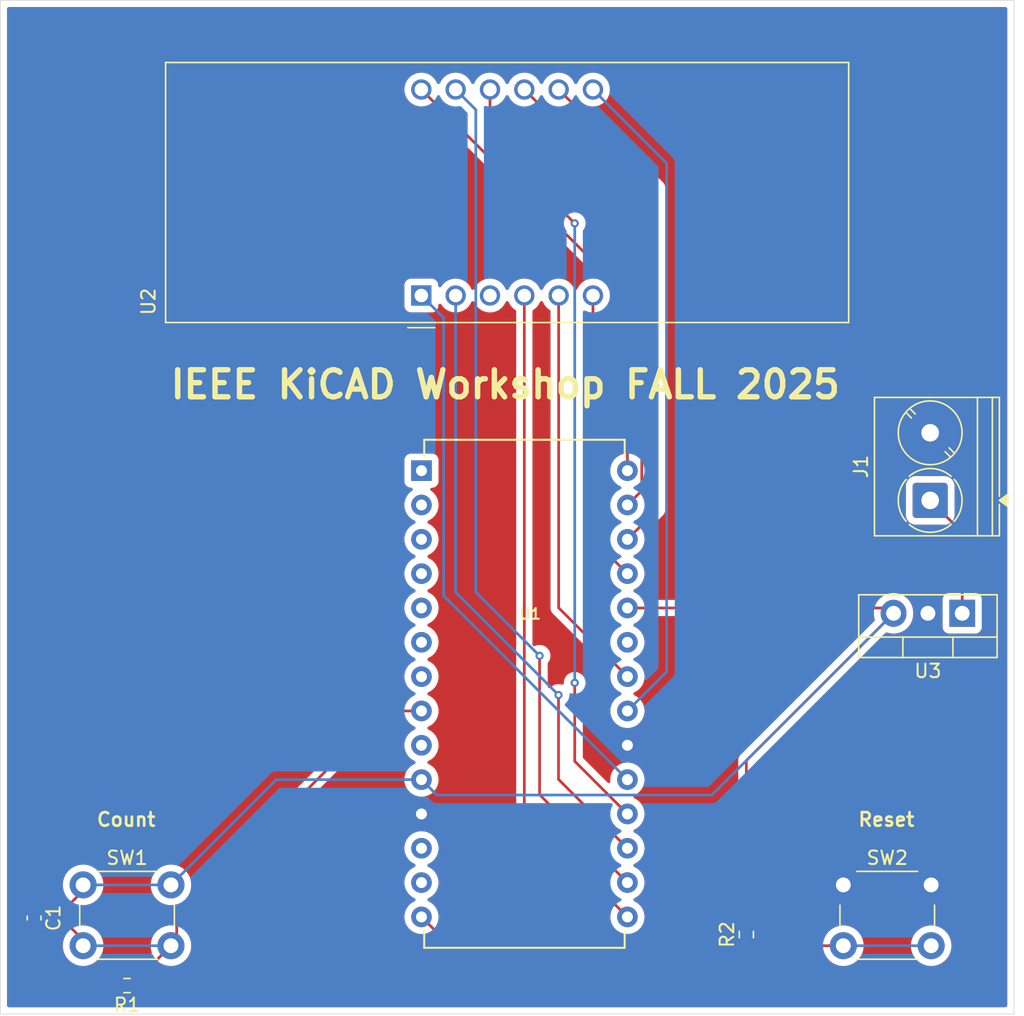
<source format=kicad_pcb>
(kicad_pcb (version 20241229) (generator "pcbnew") (generator_version "9.0")
  (layers (0 "F.Cu" signal) (2 "B.Cu" signal) (13 "F.Paste" user) (15 "B.Paste" user) (5 "F.SilkS" user "F.Silkscreen") (7 "B.SilkS" user "B.Silkscreen") (1 "F.Mask" user) (3 "B.Mask" user) (25 "Edge.Cuts" user))
  (net 0 "")
  (net 1 "Count")
  (net 2 "+5V")
  (net 3 "Net-(J1-Pin_1)")
  (net 4 "GND")
  (net 5 "Reset")
  (net 6 "A3")
  (net 8 "A")
  (net 9 "A1")
  (net 11 "A2")
  (net 13 "C")
  (net 14 "A4")
  (net 19 "E")
  (net 20 "D")
  (net 21 "F")
  (net 24 "G")
  (net 25 "B")
  (footprint "TerminalBlock_Phoenix:TerminalBlock_Phoenix_PT-1,5-2-5.0-H_1x02_P5.00mm_Horizontal" (layer "F.Cu") (at 206.1 106.4 90)
    (property "Reference" "J1" (at 2.5 -5.12 90) (layer "F.SilkS"))
    (property "Value" "9V Battery")
    (fp_line (start 7.62 -4.12) (end 7.62 5.12) (stroke (width 0.12)) (layer "F.SilkS"))
    (fp_line (start -2.62 -4.12) (end 7.62 -4.12) (stroke (width 0.12)) (layer "F.SilkS"))
    (fp_line (start -2.62 -4.12) (end -2.62 5.12) (stroke (width 0.12)) (layer "F.SilkS"))
    (fp_line (start 6.502 -1.79) (end 6.106 -1.394) (stroke (width 0.12)) (layer "F.SilkS"))
    (fp_line (start 6.79 -1.502) (end 6.394 -1.106) (stroke (width 0.12)) (layer "F.SilkS"))
    (fp_line (start 3.605 1.106) (end 3.21 1.502) (stroke (width 0.12)) (layer "F.SilkS"))
    (fp_line (start 3.893 1.394) (end 3.498 1.79) (stroke (width 0.12)) (layer "F.SilkS"))
    (fp_line (start -1.78 1.491) (end -1.79 1.502) (stroke (width 0.12)) (layer "F.SilkS"))
    (fp_line (start -1.493 1.78) (end -1.502 1.79) (stroke (width 0.12)) (layer "F.SilkS"))
    (fp_line (start -2.62 3.5) (end 7.62 3.5) (stroke (width 0.12)) (layer "F.SilkS"))
    (fp_line (start -2.62 4.6) (end 7.62 4.6) (stroke (width 0.12)) (layer "F.SilkS"))
    (fp_line (start 0.3 5.12) (end 7.62 5.12) (stroke (width 0.12)) (layer "F.SilkS"))
    (fp_line (start -2.62 5.12) (end -0.3 5.12) (stroke (width 0.12)) (layer "F.SilkS"))
    (fp_arc (start -1.55 -1.78) (mid -0.000316 -2.360275) (end 1.549523 -1.780415) (stroke (width 0.12)) (layer "F.SilkS"))
    (fp_arc (start 1.78 -1.55) (mid 2.360275 -0.000316) (end 1.780415 1.549523) (stroke (width 0.12)) (layer "F.SilkS"))
    (fp_arc (start -1.78 1.55) (mid -2.360275 0.000316) (end -1.780415 -1.549523) (stroke (width 0.12)) (layer "F.SilkS"))
    (fp_arc (start 1.55 1.78) (mid 0.000316 2.360275) (end -1.549523 1.780415) (stroke (width 0.12)) (layer "F.SilkS"))
    (fp_circle (center 5 0) (end 7.36 0) (stroke (width 0.12)) (fill no) (layer "F.SilkS"))
    (fp_poly (pts (xy 0 5.12) (xy 0.44 5.73) (xy -0.44 5.73) (xy 0 5.12)) (stroke (width 0.12)) (fill yes) (layer "F.SilkS"))
    (pad "1" thru_hole roundrect (at 0 0 90) (size 2.6 2.6) (drill 1.3) (layers "*.Cu" "*.Mask") (roundrect_rratio 0.096154) (net 3 "Net-(J1-Pin_1)"))
    (pad "2" thru_hole circle (at 5 0 90) (size 2.6 2.6) (drill 1.3) (layers "*.Cu" "*.Mask") (net 4 "GND"))
  )
  (footprint "ICM7217IPI:21-0044B_28" (layer "F.Cu") (at 183.7 137.22)
    (property "Reference" "U1" (at -7.2 -22.42 0) (layer "F.SilkS") (effects (font (size 0.787402 0.787402))))
    (property "Value" "ICM7217IPI_")
    (fp_line (start -15.0368 -35.306) (end -15.0368 -34.1122) (stroke (width 0.1524)) (layer "F.SilkS"))
    (fp_line (start -15.0368 1.0668) (end -15.0368 2.286) (stroke (width 0.1524)) (layer "F.SilkS"))
    (fp_line (start -15.0368 2.286) (end -0.2032 2.286) (stroke (width 0.1524)) (layer "F.SilkS"))
    (fp_line (start -0.2032 -35.306) (end -15.0368 -35.306) (stroke (width 0.1524)) (layer "F.SilkS"))
    (fp_line (start -0.2032 -34.0868) (end -0.2032 -35.306) (stroke (width 0.1524)) (layer "F.SilkS"))
    (fp_line (start -0.2032 2.286) (end -0.2032 1.0668) (stroke (width 0.1524)) (layer "F.SilkS"))
    (pad "1" thru_hole rect (at -15.24 -33.02) (size 1.524 1.524) (drill 0.8128) (layers "*.Cu" "*.Mask"))
    (pad "2" thru_hole circle (at -15.24 -30.48) (size 1.524 1.524) (drill 0.8128) (layers "*.Cu" "*.Mask"))
    (pad "3" thru_hole circle (at -15.24 -27.94) (size 1.524 1.524) (drill 0.8128) (layers "*.Cu" "*.Mask"))
    (pad "4" thru_hole circle (at -15.24 -25.4) (size 1.524 1.524) (drill 0.8128) (layers "*.Cu" "*.Mask"))
    (pad "5" thru_hole circle (at -15.24 -22.86) (size 1.524 1.524) (drill 0.8128) (layers "*.Cu" "*.Mask"))
    (pad "6" thru_hole circle (at -15.24 -20.32) (size 1.524 1.524) (drill 0.8128) (layers "*.Cu" "*.Mask"))
    (pad "7" thru_hole circle (at -15.24 -17.78) (size 1.524 1.524) (drill 0.8128) (layers "*.Cu" "*.Mask"))
    (pad "8" thru_hole circle (at -15.24 -15.24) (size 1.524 1.524) (drill 0.8128) (layers "*.Cu" "*.Mask") (net 1 "Count"))
    (pad "9" thru_hole circle (at -15.24 -12.7) (size 1.524 1.524) (drill 0.8128) (layers "*.Cu" "*.Mask"))
    (pad "10" thru_hole circle (at -15.24 -10.16) (size 1.524 1.524) (drill 0.8128) (layers "*.Cu" "*.Mask") (net 2 "+5V"))
    (pad "11" thru_hole circle (at -15.24 -7.62) (size 1.524 1.524) (drill 0.8128) (layers "*.Cu" "*.Mask") (net 4 "GND"))
    (pad "12" thru_hole circle (at -15.24 -5.08) (size 1.524 1.524) (drill 0.8128) (layers "*.Cu" "*.Mask"))
    (pad "13" thru_hole circle (at -15.24 -2.54) (size 1.524 1.524) (drill 0.8128) (layers "*.Cu" "*.Mask"))
    (pad "14" thru_hole circle (at -15.24 0) (size 1.524 1.524) (drill 0.8128) (layers "*.Cu" "*.Mask") (net 5 "Reset"))
    (pad "15" thru_hole circle (at 0 0) (size 1.524 1.524) (drill 0.8128) (layers "*.Cu" "*.Mask") (net 13 "C"))
    (pad "16" thru_hole circle (at 0 -2.54) (size 1.524 1.524) (drill 0.8128) (layers "*.Cu" "*.Mask") (net 8 "A"))
    (pad "17" thru_hole circle (at 0 -5.08) (size 1.524 1.524) (drill 0.8128) (layers "*.Cu" "*.Mask") (net 20 "D"))
    (pad "18" thru_hole circle (at 0 -7.62) (size 1.524 1.524) (drill 0.8128) (layers "*.Cu" "*.Mask") (net 21 "F"))
    (pad "19" thru_hole circle (at 0 -10.16) (size 1.524 1.524) (drill 0.8128) (layers "*.Cu" "*.Mask") (net 19 "E"))
    (pad "20" thru_hole circle (at 0 -12.7) (size 1.524 1.524) (drill 0.8128) (layers "*.Cu" "*.Mask") (net 4 "GND"))
    (pad "21" thru_hole circle (at 0 -15.24) (size 1.524 1.524) (drill 0.8128) (layers "*.Cu" "*.Mask") (net 25 "B"))
    (pad "22" thru_hole circle (at 0 -17.78) (size 1.524 1.524) (drill 0.8128) (layers "*.Cu" "*.Mask") (net 24 "G"))
    (pad "23" thru_hole circle (at 0 -20.32) (size 1.524 1.524) (drill 0.8128) (layers "*.Cu" "*.Mask"))
    (pad "24" thru_hole circle (at 0 -22.86) (size 1.524 1.524) (drill 0.8128) (layers "*.Cu" "*.Mask") (net 2 "+5V"))
    (pad "25" thru_hole circle (at 0 -25.4) (size 1.524 1.524) (drill 0.8128) (layers "*.Cu" "*.Mask") (net 14 "A4"))
    (pad "26" thru_hole circle (at 0 -27.94) (size 1.524 1.524) (drill 0.8128) (layers "*.Cu" "*.Mask") (net 6 "A3"))
    (pad "27" thru_hole circle (at 0 -30.48) (size 1.524 1.524) (drill 0.8128) (layers "*.Cu" "*.Mask") (net 11 "A2"))
    (pad "28" thru_hole circle (at 0 -33.02) (size 1.524 1.524) (drill 0.8128) (layers "*.Cu" "*.Mask") (net 9 "A1"))
  )
  (footprint "Resistor_SMD:R_0603_1608Metric" (layer "F.Cu") (at 192.5 138.525 90)
    (property "Reference" "R2" (at 0 -1.43 90) (layer "F.SilkS"))
    (property "Value" "10k")
    (fp_line (start -0.237258 -0.5225) (end 0.237258 -0.5225) (stroke (width 0.12)) (layer "F.SilkS"))
    (fp_line (start -0.237258 0.5225) (end 0.237258 0.5225) (stroke (width 0.12)) (layer "F.SilkS"))
    (pad "1" smd roundrect (at -0.825 0 90) (size 0.8 0.95) (layers "F.Cu" "F.Mask" "F.Paste") (net 5 "Reset"))
    (pad "2" smd roundrect (at 0.825 0 90) (size 0.8 0.95) (layers "F.Cu" "F.Mask" "F.Paste") (net 2 "+5V"))
  )
  (footprint "Package_TO_SOT_THT:TO-220-3_Vertical" (layer "F.Cu") (at 208.4725 114.755 180)
    (property "Reference" "U3" (at 2.54 -4.27 0) (layer "F.SilkS"))
    (property "Value" "LM7805_TO220")
    (fp_line (start 7.66 -3.27) (end 7.66 1.371) (stroke (width 0.12)) (layer "F.SilkS"))
    (fp_line (start 4.391 -3.27) (end 4.391 -1.76) (stroke (width 0.12)) (layer "F.SilkS"))
    (fp_line (start 0.69 -3.27) (end 0.69 -1.76) (stroke (width 0.12)) (layer "F.SilkS"))
    (fp_line (start -2.58 1.371) (end 7.66 1.371) (stroke (width 0.12)) (layer "F.SilkS"))
    (fp_line (start -2.58 -1.76) (end 7.66 -1.76) (stroke (width 0.12)) (layer "F.SilkS"))
    (fp_line (start -2.58 -3.27) (end 7.66 -3.27) (stroke (width 0.12)) (layer "F.SilkS"))
    (fp_line (start -2.58 -3.27) (end -2.58 1.371) (stroke (width 0.12)) (layer "F.SilkS"))
    (pad "1" thru_hole rect (at 0 0 180) (size 1.905 2) (drill 1.1) (layers "*.Cu" "*.Mask") (net 3 "Net-(J1-Pin_1)"))
    (pad "2" thru_hole oval (at 2.54 0 180) (size 1.905 2) (drill 1.1) (layers "*.Cu" "*.Mask") (net 4 "GND"))
    (pad "3" thru_hole oval (at 5.08 0 180) (size 1.905 2) (drill 1.1) (layers "*.Cu" "*.Mask") (net 2 "+5V"))
  )
  (footprint "Display_7Segment:CA56-12SEKWA" (layer "F.Cu") (at 168.45 91.24 90)
    (property "Reference" "U2" (at -0.45 -20.19 90) (layer "F.SilkS"))
    (property "Value" "CA56-12SEKWA")
    (fp_line (start -2 -18.92) (end 17.24 -18.92) (stroke (width 0.12)) (layer "F.SilkS"))
    (fp_line (start -2 -18.92) (end -2 31.62) (stroke (width 0.12)) (layer "F.SilkS"))
    (fp_line (start -2.38 -1) (end -2.38 1) (stroke (width 0.12)) (layer "F.SilkS"))
    (fp_line (start 17.24 31.62) (end 17.24 -18.92) (stroke (width 0.12)) (layer "F.SilkS"))
    (fp_line (start -2 31.62) (end 17.24 31.62) (stroke (width 0.12)) (layer "F.SilkS"))
    (pad "1" thru_hole rect (at 0 0 90) (size 1.5 1.5) (drill 1) (layers "*.Cu" "*.Mask") (net 19 "E"))
    (pad "2" thru_hole circle (at 0 2.54 90) (size 1.5 1.5) (drill 1) (layers "*.Cu" "*.Mask") (net 20 "D"))
    (pad "3" thru_hole circle (at 0 5.08 90) (size 1.5 1.5) (drill 1) (layers "*.Cu" "*.Mask"))
    (pad "4" thru_hole circle (at 0 7.62 90) (size 1.5 1.5) (drill 1) (layers "*.Cu" "*.Mask") (net 13 "C"))
    (pad "5" thru_hole circle (at 0 10.16 90) (size 1.5 1.5) (drill 1) (layers "*.Cu" "*.Mask") (net 24 "G"))
    (pad "6" thru_hole circle (at 0 12.7 90) (size 1.5 1.5) (drill 1) (layers "*.Cu" "*.Mask") (net 14 "A4"))
    (pad "7" thru_hole circle (at 15.24 12.7 90) (size 1.5 1.5) (drill 1) (layers "*.Cu" "*.Mask") (net 25 "B"))
    (pad "8" thru_hole circle (at 15.24 10.16 90) (size 1.5 1.5) (drill 1) (layers "*.Cu" "*.Mask") (net 6 "A3"))
    (pad "9" thru_hole circle (at 15.24 7.62 90) (size 1.5 1.5) (drill 1) (layers "*.Cu" "*.Mask") (net 11 "A2"))
    (pad "10" thru_hole circle (at 15.24 5.08 90) (size 1.5 1.5) (drill 1) (layers "*.Cu" "*.Mask") (net 21 "F"))
    (pad "11" thru_hole circle (at 15.24 2.54 90) (size 1.5 1.5) (drill 1) (layers "*.Cu" "*.Mask") (net 8 "A"))
    (pad "12" thru_hole circle (at 15.24 0 90) (size 1.5 1.5) (drill 1) (layers "*.Cu" "*.Mask") (net 9 "A1"))
  )
  (footprint "Button_Switch_THT:SW_PUSH_6mm" (layer "F.Cu") (at 143.425 134.85)
    (property "Reference" "SW1" (at 3.25 -2 0) (layer "F.SilkS"))
    (property "Value" "COUNT")
    (fp_line (start -0.25 1.5) (end -0.25 3) (stroke (width 0.12)) (layer "F.SilkS"))
    (fp_line (start 1 5.5) (end 5.5 5.5) (stroke (width 0.12)) (layer "F.SilkS"))
    (fp_line (start 5.5 -1) (end 1 -1) (stroke (width 0.12)) (layer "F.SilkS"))
    (fp_line (start 6.75 3) (end 6.75 1.5) (stroke (width 0.12)) (layer "F.SilkS"))
    (pad "1" thru_hole circle (at 0 0 90) (size 2 2) (drill 1.1) (layers "*.Cu" "*.Mask") (net 2 "+5V"))
    (pad "1" thru_hole circle (at 6.5 0 90) (size 2 2) (drill 1.1) (layers "*.Cu" "*.Mask") (net 2 "+5V"))
    (pad "2" thru_hole circle (at 0 4.5 90) (size 2 2) (drill 1.1) (layers "*.Cu" "*.Mask") (net 1 "Count"))
    (pad "2" thru_hole circle (at 6.5 4.5 90) (size 2 2) (drill 1.1) (layers "*.Cu" "*.Mask") (net 1 "Count"))
  )
  (footprint "Capacitor_SMD:C_0603_1608Metric" (layer "F.Cu") (at 139.8 137.3 -90)
    (property "Reference" "C1" (at 0 -1.43 90) (layer "F.SilkS"))
    (property "Value" "1uF")
    (fp_line (start -0.14058 0.51) (end 0.14058 0.51) (stroke (width 0.12)) (layer "F.SilkS"))
    (fp_line (start -0.14058 -0.51) (end 0.14058 -0.51) (stroke (width 0.12)) (layer "F.SilkS"))
    (pad "1" smd roundrect (at -0.775 0 270) (size 0.9 0.95) (layers "F.Cu" "F.Mask" "F.Paste") (net 2 "+5V"))
    (pad "2" smd roundrect (at 0.775 0 270) (size 0.9 0.95) (layers "F.Cu" "F.Mask" "F.Paste") (net 1 "Count"))
  )
  (footprint "Button_Switch_THT:SW_PUSH_6mm" (layer "F.Cu") (at 199.675 134.85)
    (property "Reference" "SW2" (at 3.25 -2 0) (layer "F.SilkS"))
    (property "Value" "RESET")
    (fp_line (start -0.25 1.5) (end -0.25 3) (stroke (width 0.12)) (layer "F.SilkS"))
    (fp_line (start 1 5.5) (end 5.5 5.5) (stroke (width 0.12)) (layer "F.SilkS"))
    (fp_line (start 5.5 -1) (end 1 -1) (stroke (width 0.12)) (layer "F.SilkS"))
    (fp_line (start 6.75 3) (end 6.75 1.5) (stroke (width 0.12)) (layer "F.SilkS"))
    (pad "1" thru_hole circle (at 0 0 90) (size 2 2) (drill 1.1) (layers "*.Cu" "*.Mask") (net 4 "GND"))
    (pad "1" thru_hole circle (at 6.5 0 90) (size 2 2) (drill 1.1) (layers "*.Cu" "*.Mask") (net 4 "GND"))
    (pad "2" thru_hole circle (at 0 4.5 90) (size 2 2) (drill 1.1) (layers "*.Cu" "*.Mask") (net 5 "Reset"))
    (pad "2" thru_hole circle (at 6.5 4.5 90) (size 2 2) (drill 1.1) (layers "*.Cu" "*.Mask") (net 5 "Reset"))
  )
  (footprint "Resistor_SMD:R_0603_1608Metric" (layer "F.Cu") (at 146.675 142.3 180)
    (property "Reference" "R1" (at 0 -1.43 0) (layer "F.SilkS"))
    (property "Value" "10k")
    (fp_line (start -0.237258 0.5225) (end 0.237258 0.5225) (stroke (width 0.12)) (layer "F.SilkS"))
    (fp_line (start -0.237258 -0.5225) (end 0.237258 -0.5225) (stroke (width 0.12)) (layer "F.SilkS"))
    (pad "1" smd roundrect (at -0.825 0 180) (size 0.8 0.95) (layers "F.Cu" "F.Mask" "F.Paste") (net 1 "Count"))
    (pad "2" smd roundrect (at 0.825 0 180) (size 0.8 0.95) (layers "F.Cu" "F.Mask" "F.Paste") (net 4 "GND"))
  )
  (gr_rect (start 137.3 69.4) (end 212.3 144.4) (stroke (width 0.05)) (fill no) (layer "Edge.Cuts"))
  (gr_text "Count" (at 144.332143 130.6 0) (layer "F.SilkS") (effects (font (size 1 1) (thickness 0.2) (bold yes)) (justify left bottom)))
  (gr_text "Reset" (at 200.677381 130.6 0) (layer "F.SilkS") (effects (font (size 1 1) (thickness 0.2) (bold yes)) (justify left bottom)))
  (gr_text "IEEE KiCAD Workshop FALL 2025" (at 149.685712 99 0) (layer "F.SilkS") (effects (font (size 2 2) (thickness 0.4) (bold yes)) (justify left bottom)))
  (segment (start 142.575 138.075) (end 143.85 139.35) (width 0.2) (layer "F.Cu") (net 1))
  (segment (start 139.8 138.075) (end 142.575 138.075) (width 0.2) (layer "F.Cu") (net 1))
  (segment (start 147.5 141.775) (end 149.925 139.35) (width 0.2) (layer "F.Cu") (net 1))
  (segment (start 165.82 121.98) (end 150.35 137.45) (width 0.2) (layer "F.Cu") (net 1))
  (segment (start 147.5 142.3) (end 147.5 141.775) (width 0.2) (layer "F.Cu") (net 1))
  (segment (start 150.35 137.45) (end 150.35 139.35) (width 0.2) (layer "F.Cu") (net 1))
  (segment (start 168.46 121.98) (end 165.82 121.98) (width 0.2) (layer "F.Cu") (net 1))
  (segment (start 143.425 139.35) (end 149.925 139.35) (width 0.2) (layer "B.Cu") (net 1))
  (segment (start 192.5 137.7) (end 192.5 125.6475) (width 0.2) (layer "F.Cu") (net 2))
  (segment (start 192.5 125.6475) (end 203.3925 114.755) (width 0.2) (layer "F.Cu") (net 2))
  (segment (start 202.9975 114.36) (end 203.3925 114.755) (width 0.2) (layer "F.Cu") (net 2))
  (segment (start 183.7 114.36) (end 202.9975 114.36) (width 0.2) (layer "F.Cu") (net 2))
  (segment (start 139.8 136.525) (end 142.175 136.525) (width 0.2) (layer "F.Cu") (net 2))
  (segment (start 142.175 136.525) (end 143.85 134.85) (width 0.2) (layer "F.Cu") (net 2))
  (segment (start 149.925 134.85) (end 157.715 127.06) (width 0.2) (layer "B.Cu") (net 2))
  (segment (start 157.715 127.06) (end 168.46 127.06) (width 0.2) (layer "B.Cu") (net 2))
  (segment (start 169.6 128.2) (end 168.46 127.06) (width 0.2) (layer "B.Cu") (net 2))
  (segment (start 203.3925 114.755) (end 189.9475 128.2) (width 0.2) (layer "B.Cu") (net 2))
  (segment (start 143.425 134.85) (end 149.925 134.85) (width 0.2) (layer "B.Cu") (net 2))
  (segment (start 189.9475 128.2) (end 169.6 128.2) (width 0.2) (layer "B.Cu") (net 2))
  (segment (start 208.4725 108.7725) (end 206.1 106.4) (width 0.2) (layer "F.Cu") (net 3))
  (segment (start 208.4725 114.755) (end 208.4725 108.7725) (width 0.2) (layer "F.Cu") (net 3))
  (segment (start 192.5 139.35) (end 170.59 139.35) (width 0.2) (layer "F.Cu") (net 5))
  (segment (start 200.1 139.35) (end 192.5 139.35) (width 0.2) (layer "F.Cu") (net 5))
  (segment (start 170.59 139.35) (end 168.46 137.22) (width 0.2) (layer "F.Cu") (net 5))
  (segment (start 199.675 139.35) (end 206.175 139.35) (width 0.2) (layer "B.Cu") (net 5))
  (segment (start 185.9 107.08) (end 185.9 83.29) (width 0.2) (layer "F.Cu") (net 6))
  (segment (start 185.9 83.29) (end 178.61 76) (width 0.2) (layer "F.Cu") (net 6))
  (segment (start 183.7 109.28) (end 185.9 107.08) (width 0.2) (layer "F.Cu") (net 6))
  (segment (start 177.2 117.9) (end 177.2 128.18) (width 0.2) (layer "F.Cu") (net 8))
  (segment (start 177.2 128.18) (end 183.7 134.68) (width 0.2) (layer "F.Cu") (net 8))
  (via (at 177.2 117.9) (size 0.6) (drill 0.3) (layers "F.Cu" "B.Cu") (net 8))
  (segment (start 172.479 113.179) (end 172.479 77.489) (width 0.2) (layer "B.Cu") (net 8))
  (segment (start 172.479 77.489) (end 170.99 76) (width 0.2) (layer "B.Cu") (net 8))
  (segment (start 177.2 117.9) (end 172.479 113.179) (width 0.2) (layer "B.Cu") (net 8))
  (segment (start 168.45 76) (end 183.7 91.25) (width 0.2) (layer "F.Cu") (net 9))
  (segment (start 183.7 91.25) (end 183.7 104.2) (width 0.2) (layer "F.Cu") (net 9))
  (segment (start 184.763 84.693) (end 176.07 76) (width 0.2) (layer "F.Cu") (net 11))
  (segment (start 184.763 105.677) (end 184.763 84.693) (width 0.2) (layer "F.Cu") (net 11))
  (segment (start 183.7 106.74) (end 184.763 105.677) (width 0.2) (layer "F.Cu") (net 11))
  (segment (start 176.07 91.24) (end 176.07 129.59) (width 0.2) (layer "F.Cu") (net 13))
  (segment (start 176.07 129.59) (end 183.7 137.22) (width 0.2) (layer "F.Cu") (net 13))
  (segment (start 181.15 91.24) (end 181.15 109.27) (width 0.2) (layer "F.Cu") (net 14))
  (segment (start 181.15 109.27) (end 183.7 111.82) (width 0.2) (layer "F.Cu") (net 14))
  (segment (start 170.1 92.89) (end 170.1 113.46) (width 0.2) (layer "B.Cu") (net 19))
  (segment (start 170.1 113.46) (end 183.7 127.06) (width 0.2) (layer "B.Cu") (net 19))
  (segment (start 168.45 91.24) (end 170.1 92.89) (width 0.2) (layer "B.Cu") (net 19))
  (segment (start 178.6 120.8) (end 178.6 127.04) (width 0.2) (layer "F.Cu") (net 20))
  (segment (start 178.6 127.04) (end 183.7 132.14) (width 0.2) (layer "F.Cu") (net 20))
  (via (at 178.6 120.8) (size 0.6) (drill 0.3) (layers "F.Cu" "B.Cu") (net 20))
  (segment (start 170.99 113.19) (end 170.99 91.24) (width 0.2) (layer "B.Cu") (net 20))
  (segment (start 178.6 120.8) (end 170.99 113.19) (width 0.2) (layer "B.Cu") (net 20))
  (segment (start 179.8 85.9) (end 173.53 79.63) (width 0.2) (layer "F.Cu") (net 21))
  (segment (start 173.53 79.63) (end 173.53 76) (width 0.2) (layer "F.Cu") (net 21))
  (segment (start 179.8 125.7) (end 183.7 129.6) (width 0.2) (layer "F.Cu") (net 21))
  (segment (start 179.8 119.9) (end 179.8 125.7) (width 0.2) (layer "F.Cu") (net 21))
  (via (at 179.8 85.9) (size 0.6) (drill 0.3) (layers "F.Cu" "B.Cu") (net 21))
  (via (at 179.8 119.9) (size 0.6) (drill 0.3) (layers "F.Cu" "B.Cu") (net 21))
  (segment (start 179.8 119.9) (end 179.8 85.9) (width 0.2) (layer "B.Cu") (net 21))
  (segment (start 178.61 114.35) (end 183.7 119.44) (width 0.2) (layer "F.Cu") (net 24))
  (segment (start 178.61 91.24) (end 178.61 114.35) (width 0.2) (layer "F.Cu") (net 24))
  (segment (start 186.6 81.45) (end 186.6 119.08) (width 0.2) (layer "B.Cu") (net 25))
  (segment (start 186.6 119.08) (end 183.7 121.98) (width 0.2) (layer "B.Cu") (net 25))
  (segment (start 181.15 76) (end 186.6 81.45) (width 0.2) (layer "B.Cu") (net 25))
  (zone (net 4) (net_name "GND") (layers "F.Cu" "B.Cu") (connect_pads yes (clearance 0.5)) (min_thickness 0.25) (fill yes (thermal_gap 0.5) (thermal_bridge_width 0.5))
    (polygon (pts (xy 137.3 69.4) (xy 137.3 144.4) (xy 212.3 144.4) (xy 212.3 69.4)))
  )
)
</source>
